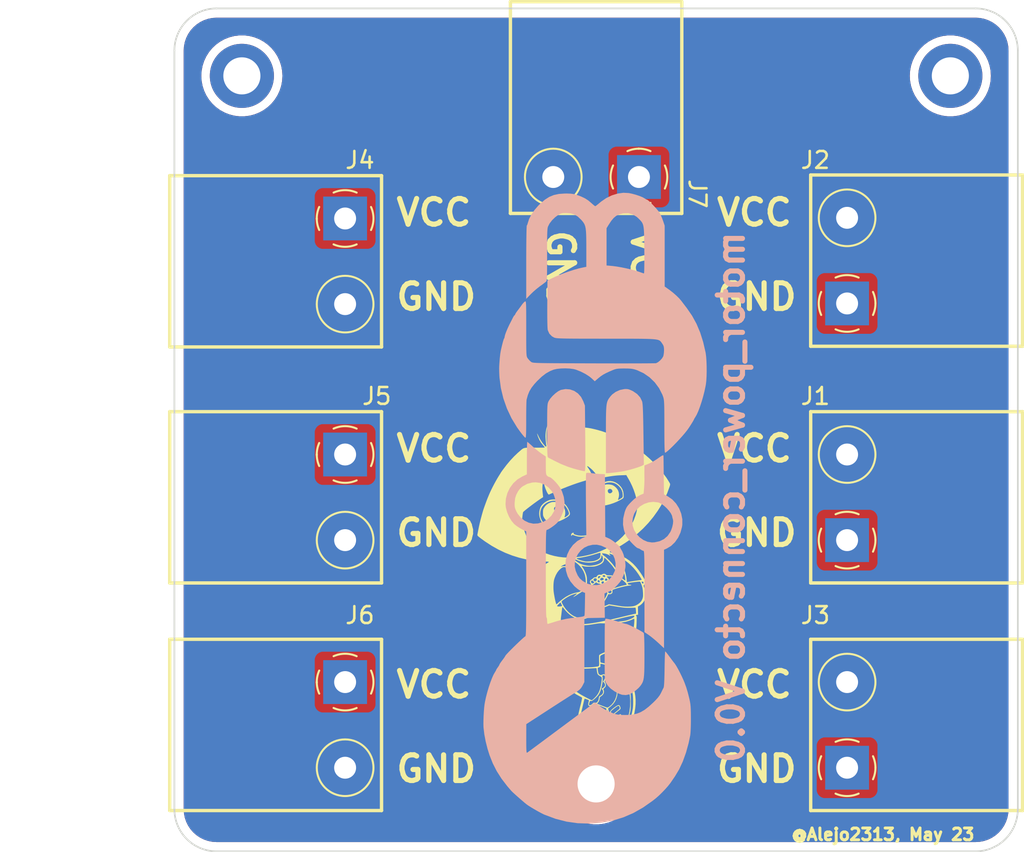
<source format=kicad_pcb>
(kicad_pcb (version 20221018) (generator pcbnew)
  (layers (0 "F.Cu" signal "Front") (31 "B.Cu" signal "Back") (34 "B.Paste" user) (35 "F.Paste" user) (36 "B.SilkS" user "B.Silkscreen") (37 "F.SilkS" user "F.Silkscreen") (38 "B.Mask" user) (39 "F.Mask" user) (44 "Edge.Cuts" user))
  (net 0 "")
  (net 1 "+24V")
  (net 2 "GND")
  (footprint "dora_logos:dora_20x13" (layer "F.Cu") (at 99 84)
    (fp_text reference "@Alejo2313, May 23" (at 18 15) (layer "F.SilkS") (effects (font (size 0.7 0.7) (thickness 0.175))))
    (fp_text value "LOGO" hide)
  )
  (footprint "PluggableTerminalBLock:MX2EDGR-5.08-GN01-02P-Cu-A" (layer "F.Cu") (at 85.1205 65 -90)
    (fp_text reference "J4" (at -6 -0.8795 unlocked) (layer "F.SilkS"))
    (fp_text value "TB_1x2_5.08mm_RA")
    (pad "1" thru_hole rect (at -2.54 0 270) (size 2.6 2.6) (drill 1.3) (layers "*.Cu" "*.Mask") (net 1 "+24V"))
    (pad "2" thru_hole circle (at 2.54 0 270) (size 2.6 2.6) (drill 1.3) (layers "*.Cu" "*.Mask") (net 2 "GND"))
  )
  (footprint "PluggableTerminalBLock:MX2EDGR-5.08-GN01-02P-Cu-A" (layer "F.Cu") (at 85.1205 79 -90)
    (fp_text reference "J5" (at -6 -1.8795 unlocked) (layer "F.SilkS"))
    (fp_text value "TB_1x2_5.08mm_RA")
    (pad "1" thru_hole rect (at -2.54 0 270) (size 2.6 2.6) (drill 1.3) (layers "*.Cu" "*.Mask") (net 1 "+24V"))
    (pad "2" thru_hole circle (at 2.54 0 270) (size 2.6 2.6) (drill 1.3) (layers "*.Cu" "*.Mask") (net 2 "GND"))
  )
  (footprint "PluggableTerminalBLock:MX2EDGR-5.08-GN01-02P-Cu-A" (layer "F.Cu") (at 85.1205 92.5 -90)
    (fp_text reference "J6" (at -6.5 -0.8795 unlocked) (layer "F.SilkS"))
    (fp_text value "TB_1x2_5.08mm_RA")
    (pad "1" thru_hole rect (at -2.54 0 270) (size 2.6 2.6) (drill 1.3) (layers "*.Cu" "*.Mask") (net 1 "+24V"))
    (pad "2" thru_hole circle (at 2.54 0 270) (size 2.6 2.6) (drill 1.3) (layers "*.Cu" "*.Mask") (net 2 "GND"))
  )
  (footprint "PluggableTerminalBLock:MX2EDGR-5.08-GN01-02P-Cu-A" (layer "F.Cu") (at 114.8795 92.5 90)
    (fp_text reference "J3" (at 6.5 -1.8795 unlocked) (layer "F.SilkS"))
    (fp_text value "TB_1x2_5.08mm_RA")
    (pad "1" thru_hole rect (at -2.54 0 90) (size 2.6 2.6) (drill 1.3) (layers "*.Cu" "*.Mask") (net 1 "+24V"))
    (pad "2" thru_hole circle (at 2.54 0 90) (size 2.6 2.6) (drill 1.3) (layers "*.Cu" "*.Mask") (net 2 "GND"))
  )
  (footprint "PluggableTerminalBLock:MX2EDGR-5.08-GN01-02P-Cu-A" (layer "F.Cu") (at 100 60 180)
    (fp_text reference "J7" (at -6 -1 270 unlocked) (layer "F.SilkS"))
    (fp_text value "TB_1x2_5.08mm_RA")
    (pad "1" thru_hole rect (at -2.54 0 180) (size 2.6 2.6) (drill 1.3) (layers "*.Cu" "*.Mask") (net 1 "+24V"))
    (pad "2" thru_hole circle (at 2.54 0 180) (size 2.6 2.6) (drill 1.3) (layers "*.Cu" "*.Mask") (net 2 "GND"))
  )
  (footprint "PluggableTerminalBLock:MX2EDGR-5.08-GN01-02P-Cu-A" (layer "F.Cu") (at 114.8795 64.96 90)
    (fp_text reference "J2" (at 5.96 -1.8795 unlocked) (layer "F.SilkS"))
    (fp_text value "TB_1x2_5.08mm_RA")
    (pad "1" thru_hole rect (at -2.54 0 90) (size 2.6 2.6) (drill 1.3) (layers "*.Cu" "*.Mask") (net 1 "+24V"))
    (pad "2" thru_hole circle (at 2.54 0 90) (size 2.6 2.6) (drill 1.3) (layers "*.Cu" "*.Mask") (net 2 "GND"))
  )
  (footprint "" (layer "F.Cu") (at 121 54)
    (fp_text reference "" (at 0 0) (layer "F.SilkS") (effects (font (size 1.27 1.27))))
    (fp_text value "" (at 0 0) (layer "F.SilkS") (effects (font (size 1.27 1.27))))
    (pad "1" thru_hole circle (at 0 0) (size 3.8 3.8) (drill 2.2) (layers "*.Cu" "*.Mask"))
  )
  (footprint "" (layer "F.Cu") (at 100 96)
    (fp_text reference "" (at 0 0) (layer "F.SilkS") (effects (font (size 1.27 1.27))))
    (fp_text value "" (at 0 0) (layer "F.SilkS") (effects (font (size 1.27 1.27))))
    (pad "1" thru_hole circle (at 0 0) (size 3.8 3.8) (drill 2.2) (layers "*.Cu" "*.Mask"))
  )
  (footprint "MountingHole:MountingHole_2.2mm_M2_DIN965_Pad" (layer "F.Cu") (at 79 54)
    (fp_text reference "REF**" hide)
    (fp_text value "MountingHole_2.2mm_M2_DIN965_Pad")
    (pad "1" thru_hole circle (at 0 0) (size 3.8 3.8) (drill 2.2) (layers "*.Cu" "*.Mask"))
  )
  (footprint "PluggableTerminalBLock:MX2EDGR-5.08-GN01-02P-Cu-A" (layer "F.Cu") (at 114.8795 79 90)
    (fp_text reference "J1" (at 6 -1.8795 unlocked) (layer "F.SilkS"))
    (fp_text value "TB_1x2_5.08mm_RA")
    (pad "1" thru_hole rect (at -2.54 0 90) (size 2.6 2.6) (drill 1.3) (layers "*.Cu" "*.Mask") (net 1 "+24V"))
    (pad "2" thru_hole circle (at 2.54 0 90) (size 2.6 2.6) (drill 1.3) (layers "*.Cu" "*.Mask") (net 2 "GND"))
  )
  (footprint "logos:robolabo_40x15" (layer "B.Cu") (at 100 79 90)
    (fp_text reference "motor_power_connecto V0.0" (at 0 8 90) (layer "B.SilkS") (effects (font (size 1.5 1.5) (thickness 0.3)) (justify mirror)))
    (fp_text value "LOGO" hide)
  )
  (gr_arc (start 75 52.5) (mid 75.732233 50.732233) (end 77.5 50) (stroke (width 0.1)) (layer "Edge.Cuts"))
  (gr_line (start 77.5 50) (end 122.5 50) (stroke (width 0.1)) (layer "Edge.Cuts"))
  (gr_line (start 125 52.5) (end 125 97.5) (stroke (width 0.1)) (layer "Edge.Cuts"))
  (gr_line (start 122.5 100) (end 77.5 100) (stroke (width 0.1)) (layer "Edge.Cuts"))
  (gr_arc (start 125 97.5) (mid 124.267767 99.267767) (end 122.5 100) (stroke (width 0.1)) (layer "Edge.Cuts"))
  (gr_arc (start 122.5 50) (mid 124.267767 50.732233) (end 125 52.5) (stroke (width 0.1)) (layer "Edge.Cuts"))
  (gr_arc (start 77.5 100) (mid 75.732233 99.267767) (end 75 97.5) (stroke (width 0.1)) (layer "Edge.Cuts"))
  (gr_line (start 75 97.5) (end 75 52.5) (stroke (width 0.1)) (layer "Edge.Cuts"))
  (gr_text "VCC" (at 88 77) (layer "F.SilkS") (effects (font (size 1.524 1.524) (thickness 0.3048) bold) (justify left bottom)))
  (gr_text "GND" (at 107 96) (layer "F.SilkS") (effects (font (size 1.524 1.524) (thickness 0.3048) bold) (justify left bottom)))
  (gr_text "GND" (at 88 68) (layer "F.SilkS") (effects (font (size 1.524 1.524) (thickness 0.3048) bold) (justify left bottom)))
  (gr_text "VCC" (at 107 91) (layer "F.SilkS") (effects (font (size 1.524 1.524) (thickness 0.3048) bold) (justify left bottom)))
  (gr_text "GND" (at 107 68) (layer "F.SilkS") (effects (font (size 1.524 1.524) (thickness 0.3048) bold) (justify left bottom)))
  (gr_text "VCC" (at 88 63) (layer "F.SilkS") (effects (font (size 1.524 1.524) (thickness 0.3048) bold) (justify left bottom)))
  (gr_text "VCC" (at 107 77) (layer "F.SilkS") (effects (font (size 1.524 1.524) (thickness 0.3048) bold) (justify left bottom)))
  (gr_text "GND" (at 107 82) (layer "F.SilkS") (effects (font (size 1.524 1.524) (thickness 0.3048) bold) (justify left bottom)))
  (gr_text "GND" (at 88 82) (layer "F.SilkS") (effects (font (size 1.524 1.524) (thickness 0.3048) bold) (justify left bottom)))
  (gr_text "VCC" (at 102 63 -90) (layer "F.SilkS") (effects (font (size 1.524 1.524) (thickness 0.3048) bold) (justify left bottom)))
  (gr_text "GND" (at 97 63 -90) (layer "F.SilkS") (effects (font (size 1.524 1.524) (thickness 0.3048) bold) (justify left bottom)))
  (gr_text "VCC" (at 88 91) (layer "F.SilkS") (effects (font (size 1.524 1.524) (thickness 0.3048) bold) (justify left bottom)))
  (gr_text "GND" (at 88 96) (layer "F.SilkS") (effects (font (size 1.524 1.524) (thickness 0.3048) bold) (justify left bottom)))
  (gr_text "VCC" (at 107 63) (layer "F.SilkS") (effects (font (size 1.524 1.524) (thickness 0.3048) bold) (justify left bottom)))
  (zone (net 1) (net_name "+24V") (layer "F.Cu") (connect_pads yes (clearance 0.5)) (min_thickness 0.25) (fill yes (thermal_gap 0.5) (thermal_bridge_width 0.5))
    (polygon (pts (arc (start 77.5 50) (mid 75.732233 50.732233) (end 75 52.5)) (arc (start 75 97.5) (mid 75.732233 99.267767) (end 77.5 100)) (arc (start 122.5 100) (mid 124.267766 99.267764) (end 125 97.5)) (arc (start 125 52.5) (mid 124.267777 50.732223) (end 122.5 50))))
  )
  (zone (net 2) (net_name "GND") (layer "B.Cu") (connect_pads yes (clearance 0.5)) (min_thickness 0.5) (fill yes (thermal_gap 0.5) (thermal_bridge_width 0.5))
    (polygon (pts (arc (start 75 97.5) (mid 75.732233 99.267767) (end 77.5 100)) (arc (start 122.5 100) (mid 124.267766 99.267764) (end 125 97.5)) (arc (start 125 52.5) (mid 124.267777 50.732223) (end 122.5 50)) (arc (start 77.5 50) (mid 75.732233 50.732233) (end 75 52.5))))
  )
)
</source>
